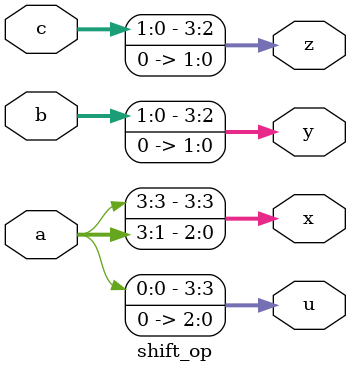
<source format=v>
`timescale 1ns / 1ps
module shift_op(input [3:0]b,c, input signed [3:0]a,  output [3:0]u,x,y,z);

assign x= a>>>1; // signed arithmetic operation. means MSB will in the vacant bit position
assign y= b<<<2; // unsigned arithmetic operation
assign z= c<<2; // logical operation
assign u= a<<<3; // signed arithmetic operation. means MSB will in the vacant bit position

endmodule

</source>
